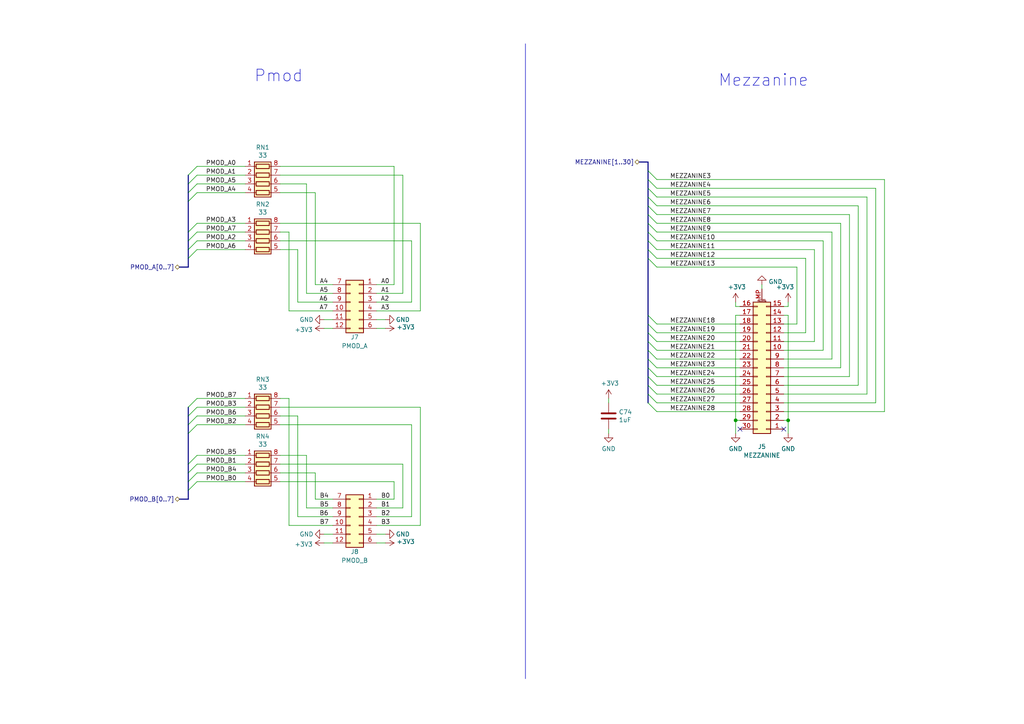
<source format=kicad_sch>
(kicad_sch (version 20231120) (generator "eeschema") (generator_version "8.0")
  (paper "A4")
  (lib_symbols
    (symbol "Connector_Generic:Conn_02x06_Top_Bottom" (pin_names (offset 1.016) hide)
      (property "Reference" "J" (at 1.27 7.62 0))
      (property "Value" "Conn_02x06_Top_Bottom" (at 1.27 -10.16 0))
      (symbol "Conn_02x06_Top_Bottom_1_1"
        (rectangle (start -1.27 -7.493) (end 0 -7.747) (stroke (width 0.1524)))
        (rectangle (start -1.27 -4.953) (end 0 -5.207) (stroke (width 0.1524)))
        (rectangle (start -1.27 -2.413) (end 0 -2.667) (stroke (width 0.1524)))
        (rectangle (start -1.27 0.127) (end 0 -0.127) (stroke (width 0.1524)))
        (rectangle (start -1.27 2.667) (end 0 2.413) (stroke (width 0.1524)))
        (rectangle (start -1.27 5.207) (end 0 4.953) (stroke (width 0.1524)))
        (rectangle (start -1.27 6.35) (end 3.81 -8.89) (stroke (width 0.254)) (fill (type background)))
        (rectangle (start 3.81 -7.493) (end 2.54 -7.747) (stroke (width 0.1524)))
        (rectangle (start 3.81 -4.953) (end 2.54 -5.207) (stroke (width 0.1524)))
        (rectangle (start 3.81 -2.413) (end 2.54 -2.667) (stroke (width 0.1524)))
        (rectangle (start 3.81 0.127) (end 2.54 -0.127) (stroke (width 0.1524)))
        (rectangle (start 3.81 2.667) (end 2.54 2.413) (stroke (width 0.1524)))
        (rectangle (start 3.81 5.207) (end 2.54 4.953) (stroke (width 0.1524)))
        (pin passive line (at -5.08 5.08 0) (length 3.81) (name "Pin_1") (number "1"))
        (pin passive line (at 7.62 -2.54 180) (length 3.81) (name "Pin_10") (number "10"))
        (pin passive line (at 7.62 -5.08 180) (length 3.81) (name "Pin_11") (number "11"))
        (pin passive line (at 7.62 -7.62 180) (length 3.81) (name "Pin_12") (number "12"))
        (pin passive line (at -5.08 2.54 0) (length 3.81) (name "Pin_2") (number "2"))
        (pin passive line (at -5.08 0 0) (length 3.81) (name "Pin_3") (number "3"))
        (pin passive line (at -5.08 -2.54 0) (length 3.81) (name "Pin_4") (number "4"))
        (pin passive line (at -5.08 -5.08 0) (length 3.81) (name "Pin_5") (number "5"))
        (pin passive line (at -5.08 -7.62 0) (length 3.81) (name "Pin_6") (number "6"))
        (pin passive line (at 7.62 5.08 180) (length 3.81) (name "Pin_7") (number "7"))
        (pin passive line (at 7.62 2.54 180) (length 3.81) (name "Pin_8") (number "8"))
        (pin passive line (at 7.62 0 180) (length 3.81) (name "Pin_9") (number "9"))
      )
    )
    (symbol "Connector_Generic_MountingPin:Conn_02x15_Counter_Clockwise_MountingPin" (pin_names (offset 1.016) hide)
      (property "Reference" "J" (at 1.27 20.32 0))
      (property "Value" "Conn_02x15_Counter_Clockwise_MountingPin" (at 2.54 -20.32 0))
      (symbol "Conn_02x15_Counter_Clockwise_MountingPin_1_1"
        (rectangle (start -1.27 -17.653) (end 0 -17.907) (stroke (width 0.1524)))
        (rectangle (start -1.27 -15.113) (end 0 -15.367) (stroke (width 0.1524)))
        (rectangle (start -1.27 -12.573) (end 0 -12.827) (stroke (width 0.1524)))
        (rectangle (start -1.27 -10.033) (end 0 -10.287) (stroke (width 0.1524)))
        (rectangle (start -1.27 -7.493) (end 0 -7.747) (stroke (width 0.1524)))
        (rectangle (start -1.27 -4.953) (end 0 -5.207) (stroke (width 0.1524)))
        (rectangle (start -1.27 -2.413) (end 0 -2.667) (stroke (width 0.1524)))
        (rectangle (start -1.27 0.127) (end 0 -0.127) (stroke (width 0.1524)))
        (rectangle (start -1.27 2.667) (end 0 2.413) (stroke (width 0.1524)))
        (rectangle (start -1.27 5.207) (end 0 4.953) (stroke (width 0.1524)))
        (rectangle (start -1.27 7.747) (end 0 7.493) (stroke (width 0.1524)))
        (rectangle (start -1.27 10.287) (end 0 10.033) (stroke (width 0.1524)))
        (rectangle (start -1.27 12.827) (end 0 12.573) (stroke (width 0.1524)))
        (rectangle (start -1.27 15.367) (end 0 15.113) (stroke (width 0.1524)))
        (rectangle (start -1.27 17.907) (end 0 17.653) (stroke (width 0.1524)))
        (rectangle (start -1.27 19.05) (end 3.81 -19.05) (stroke (width 0.254)) (fill (type background)))
        (polyline (pts (xy 0.254 -19.812) (xy 2.286 -19.812)) (stroke (width 0.1524)))
        (rectangle (start 3.81 -17.653) (end 2.54 -17.907) (stroke (width 0.1524)))
        (rectangle (start 3.81 -15.113) (end 2.54 -15.367) (stroke (width 0.1524)))
        (rectangle (start 3.81 -12.573) (end 2.54 -12.827) (stroke (width 0.1524)))
        (rectangle (start 3.81 -10.033) (end 2.54 -10.287) (stroke (width 0.1524)))
        (rectangle (start 3.81 -7.493) (end 2.54 -7.747) (stroke (width 0.1524)))
        (rectangle (start 3.81 -4.953) (end 2.54 -5.207) (stroke (width 0.1524)))
        (rectangle (start 3.81 -2.413) (end 2.54 -2.667) (stroke (width 0.1524)))
        (rectangle (start 3.81 0.127) (end 2.54 -0.127) (stroke (width 0.1524)))
        (rectangle (start 3.81 2.667) (end 2.54 2.413) (stroke (width 0.1524)))
        (rectangle (start 3.81 5.207) (end 2.54 4.953) (stroke (width 0.1524)))
        (rectangle (start 3.81 7.747) (end 2.54 7.493) (stroke (width 0.1524)))
        (rectangle (start 3.81 10.287) (end 2.54 10.033) (stroke (width 0.1524)))
        (rectangle (start 3.81 12.827) (end 2.54 12.573) (stroke (width 0.1524)))
        (rectangle (start 3.81 15.367) (end 2.54 15.113) (stroke (width 0.1524)))
        (rectangle (start 3.81 17.907) (end 2.54 17.653) (stroke (width 0.1524)))
        (text "Mounting" (at 1.27 -19.431 0) (effects (font (size 0.381 0.381))))
        (pin passive line (at -5.08 17.78 0) (length 3.81) (name "Pin_1") (number "1"))
        (pin passive line (at -5.08 -5.08 0) (length 3.81) (name "Pin_10") (number "10"))
        (pin passive line (at -5.08 -7.62 0) (length 3.81) (name "Pin_11") (number "11"))
        (pin passive line (at -5.08 -10.16 0) (length 3.81) (name "Pin_12") (number "12"))
        (pin passive line (at -5.08 -12.7 0) (length 3.81) (name "Pin_13") (number "13"))
        (pin passive line (at -5.08 -15.24 0) (length 3.81) (name "Pin_14") (number "14"))
        (pin passive line (at -5.08 -17.78 0) (length 3.81) (name "Pin_15") (number "15"))
        (pin passive line (at 7.62 -17.78 180) (length 3.81) (name "Pin_16") (number "16"))
        (pin passive line (at 7.62 -15.24 180) (length 3.81) (name "Pin_17") (number "17"))
        (pin passive line (at 7.62 -12.7 180) (length 3.81) (name "Pin_18") (number "18"))
        (pin passive line (at 7.62 -10.16 180) (length 3.81) (name "Pin_19") (number "19"))
        (pin passive line (at -5.08 15.24 0) (length 3.81) (name "Pin_2") (number "2"))
        (pin passive line (at 7.62 -7.62 180) (length 3.81) (name "Pin_20") (number "20"))
        (pin passive line (at 7.62 -5.08 180) (length 3.81) (name "Pin_21") (number "21"))
        (pin passive line (at 7.62 -2.54 180) (length 3.81) (name "Pin_22") (number "22"))
        (pin passive line (at 7.62 0 180) (length 3.81) (name "Pin_23") (number "23"))
        (pin passive line (at 7.62 2.54 180) (length 3.81) (name "Pin_24") (number "24"))
        (pin passive line (at 7.62 5.08 180) (length 3.81) (name "Pin_25") (number "25"))
        (pin passive line (at 7.62 7.62 180) (length 3.81) (name "Pin_26") (number "26"))
        (pin passive line (at 7.62 10.16 180) (length 3.81) (name "Pin_27") (number "27"))
        (pin passive line (at 7.62 12.7 180) (length 3.81) (name "Pin_28") (number "28"))
        (pin passive line (at 7.62 15.24 180) (length 3.81) (name "Pin_29") (number "29"))
        (pin passive line (at -5.08 12.7 0) (length 3.81) (name "Pin_3") (number "3"))
        (pin passive line (at 7.62 17.78 180) (length 3.81) (name "Pin_30") (number "30"))
        (pin passive line (at -5.08 10.16 0) (length 3.81) (name "Pin_4") (number "4"))
        (pin passive line (at -5.08 7.62 0) (length 3.81) (name "Pin_5") (number "5"))
        (pin passive line (at -5.08 5.08 0) (length 3.81) (name "Pin_6") (number "6"))
        (pin passive line (at -5.08 2.54 0) (length 3.81) (name "Pin_7") (number "7"))
        (pin passive line (at -5.08 0 0) (length 3.81) (name "Pin_8") (number "8"))
        (pin passive line (at -5.08 -2.54 0) (length 3.81) (name "Pin_9") (number "9"))
        (pin passive line (at 1.27 -22.86 90) (length 3.048) (name "MountPin") (number "MP"))
      )
    )
    (symbol "Device:C" (pin_numbers hide) (pin_names (offset 0.254))
      (property "Reference" "C" (at 0.635 2.54 0))
      (property "Value" "C" (at 0.635 -2.54 0))
      (symbol "C_0_1"
        (polyline (pts (xy -2.032 -0.762) (xy 2.032 -0.762)) (stroke (width 0.508)))
        (polyline (pts (xy -2.032 0.762) (xy 2.032 0.762)) (stroke (width 0.508)))
      )
      (symbol "C_1_1"
        (pin passive line (at 0 3.81 270) (length 2.794) (name "~") (number "1"))
        (pin passive line (at 0 -3.81 90) (length 2.794) (name "~") (number "2"))
      )
    )
    (symbol "Device:R_Pack04" (pin_names (offset 0) hide)
      (property "Reference" "RN" (at -7.62 0 90))
      (property "Value" "R_Pack04" (at 5.08 0 90))
      (symbol "R_Pack04_0_1"
        (rectangle (start -6.35 -2.413) (end 3.81 2.413) (stroke (width 0.254)) (fill (type background)))
        (rectangle (start -5.715 1.905) (end -4.445 -1.905) (stroke (width 0.254)))
        (rectangle (start -3.175 1.905) (end -1.905 -1.905) (stroke (width 0.254)))
        (rectangle (start -0.635 1.905) (end 0.635 -1.905) (stroke (width 0.254)))
        (polyline (pts (xy -5.08 -2.54) (xy -5.08 -1.905)))
        (polyline (pts (xy -5.08 1.905) (xy -5.08 2.54)))
        (polyline (pts (xy -2.54 -2.54) (xy -2.54 -1.905)))
        (polyline (pts (xy -2.54 1.905) (xy -2.54 2.54)))
        (polyline (pts (xy 0 -2.54) (xy 0 -1.905)))
        (polyline (pts (xy 0 1.905) (xy 0 2.54)))
        (polyline (pts (xy 2.54 -2.54) (xy 2.54 -1.905)))
        (polyline (pts (xy 2.54 1.905) (xy 2.54 2.54)))
        (rectangle (start 1.905 1.905) (end 3.175 -1.905) (stroke (width 0.254)))
      )
      (symbol "R_Pack04_1_1"
        (pin passive line (at -5.08 -5.08 90) (length 2.54) (name "R1.1") (number "1"))
        (pin passive line (at -2.54 -5.08 90) (length 2.54) (name "R2.1") (number "2"))
        (pin passive line (at 0 -5.08 90) (length 2.54) (name "R3.1") (number "3"))
        (pin passive line (at 2.54 -5.08 90) (length 2.54) (name "R4.1") (number "4"))
        (pin passive line (at 2.54 5.08 270) (length 2.54) (name "R4.2") (number "5"))
        (pin passive line (at 0 5.08 270) (length 2.54) (name "R3.2") (number "6"))
        (pin passive line (at -2.54 5.08 270) (length 2.54) (name "R2.2") (number "7"))
        (pin passive line (at -5.08 5.08 270) (length 2.54) (name "R1.2") (number "8"))
      )
    )
    (symbol "power:+3V3" (power) (pin_names (offset 0))
      (property "Value" "+3V3" (at 0 3.556 0))
      (symbol "+3V3_0_1"
        (polyline (pts (xy -0.762 1.27) (xy 0 2.54)))
        (polyline (pts (xy 0 0) (xy 0 2.54)))
        (polyline (pts (xy 0 2.54) (xy 0.762 1.27)))
      )
      (symbol "+3V3_1_1"
        (pin power_in line (at 0 0 90) (length 0) hide (name "+3V3") (number "1"))
      )
    )
    (symbol "power:GND" (power) (pin_names (offset 0))
      (property "Value" "GND" (at 0 -3.81 0))
      (symbol "GND_0_1"
        (polyline (pts (xy 0 0) (xy 0 -1.27) (xy 1.27 -1.27) (xy 0 -2.54) (xy -1.27 -1.27) (xy 0 -1.27)))
      )
      (symbol "GND_1_1"
        (pin power_in line (at 0 0 270) (length 0) hide (name "GND") (number "1"))
      )
    )
  )
  (junction (at 228.6 121.92))
  (junction (at 213.36 121.92))
  (no_connect (at 227.33 124.46))
  (no_connect (at 214.63 124.46))
  (bus_entry (at 187.96 72.39) (size 2.54 2.54))
  (bus_entry (at 187.96 57.15) (size 2.54 2.54))
  (bus_entry (at 54.61 67.31) (size 2.54 -2.54))
  (bus_entry (at 187.96 67.31) (size 2.54 2.54))
  (bus_entry (at 190.5 116.84) (size -2.54 -2.54))
  (bus_entry (at 54.61 50.8) (size 2.54 -2.54))
  (bus_entry (at 187.96 54.61) (size 2.54 2.54))
  (bus_entry (at 54.61 118.11) (size 2.54 -2.54))
  (bus_entry (at 190.5 114.3) (size -2.54 -2.54))
  (bus_entry (at 190.5 93.98) (size -2.54 -2.54))
  (bus_entry (at 187.96 52.07) (size 2.54 2.54))
  (bus_entry (at 187.96 62.23) (size 2.54 2.54))
  (bus_entry (at 54.61 53.34) (size 2.54 -2.54))
  (bus_entry (at 54.61 74.93) (size 2.54 -2.54))
  (bus_entry (at 54.61 137.16) (size 2.54 -2.54))
  (bus_entry (at 54.61 123.19) (size 2.54 -2.54))
  (bus_entry (at 54.61 69.85) (size 2.54 -2.54))
  (bus_entry (at 190.5 96.52) (size -2.54 -2.54))
  (bus_entry (at 54.61 125.73) (size 2.54 -2.54))
  (bus_entry (at 54.61 139.7) (size 2.54 -2.54))
  (bus_entry (at 190.5 99.06) (size -2.54 -2.54))
  (bus_entry (at 190.5 119.38) (size -2.54 -2.54))
  (bus_entry (at 54.61 55.88) (size 2.54 -2.54))
  (bus_entry (at 187.96 64.77) (size 2.54 2.54))
  (bus_entry (at 54.61 72.39) (size 2.54 -2.54))
  (bus_entry (at 190.5 111.76) (size -2.54 -2.54))
  (bus_entry (at 187.96 49.53) (size 2.54 2.54))
  (bus_entry (at 190.5 104.14) (size -2.54 -2.54))
  (bus_entry (at 187.96 69.85) (size 2.54 2.54))
  (bus_entry (at 54.61 142.24) (size 2.54 -2.54))
  (bus_entry (at 187.96 74.93) (size 2.54 2.54))
  (bus_entry (at 54.61 120.65) (size 2.54 -2.54))
  (bus_entry (at 190.5 109.22) (size -2.54 -2.54))
  (bus_entry (at 54.61 134.62) (size 2.54 -2.54))
  (bus_entry (at 190.5 101.6) (size -2.54 -2.54))
  (bus_entry (at 190.5 106.68) (size -2.54 -2.54))
  (bus_entry (at 187.96 59.69) (size 2.54 2.54))
  (bus_entry (at 54.61 58.42) (size 2.54 -2.54))
  (wire (pts (xy 109.22 157.48) (xy 111.76 157.48)))
  (bus (pts (xy 187.96 74.93) (xy 187.96 91.44)))
  (wire (pts (xy 83.82 115.57) (xy 83.82 152.4)))
  (wire (pts (xy 256.54 52.07) (xy 256.54 119.38)))
  (wire (pts (xy 81.28 55.88) (xy 91.44 55.88)))
  (bus (pts (xy 54.61 123.19) (xy 54.61 125.73)))
  (wire (pts (xy 121.92 152.4) (xy 109.22 152.4)))
  (wire (pts (xy 220.98 83.82) (xy 220.98 82.55)))
  (wire (pts (xy 228.6 88.9) (xy 228.6 87.63)))
  (wire (pts (xy 96.52 85.09) (xy 88.9 85.09)))
  (bus (pts (xy 54.61 74.93) (xy 54.61 72.39)))
  (wire (pts (xy 109.22 149.86) (xy 119.38 149.86)))
  (wire (pts (xy 233.68 74.93) (xy 233.68 96.52)))
  (wire (pts (xy 88.9 132.08) (xy 81.28 132.08)))
  (wire (pts (xy 57.15 115.57) (xy 71.12 115.57)))
  (wire (pts (xy 96.52 95.25) (xy 93.98 95.25)))
  (wire (pts (xy 96.52 144.78) (xy 91.44 144.78)))
  (wire (pts (xy 190.5 104.14) (xy 214.63 104.14)))
  (bus (pts (xy 187.96 52.07) (xy 187.96 54.61)))
  (wire (pts (xy 71.12 137.16) (xy 57.15 137.16)))
  (bus (pts (xy 187.96 109.22) (xy 187.96 111.76)))
  (wire (pts (xy 57.15 69.85) (xy 71.12 69.85)))
  (wire (pts (xy 248.92 59.69) (xy 248.92 111.76)))
  (wire (pts (xy 119.38 69.85) (xy 119.38 87.63)))
  (bus (pts (xy 54.61 58.42) (xy 54.61 55.88)))
  (wire (pts (xy 238.76 69.85) (xy 238.76 101.6)))
  (wire (pts (xy 119.38 87.63) (xy 109.22 87.63)))
  (wire (pts (xy 213.36 91.44) (xy 213.36 121.92)))
  (wire (pts (xy 190.5 109.22) (xy 214.63 109.22)))
  (bus (pts (xy 187.96 106.68) (xy 187.96 109.22)))
  (wire (pts (xy 248.92 111.76) (xy 227.33 111.76)))
  (wire (pts (xy 57.15 48.26) (xy 71.12 48.26)))
  (wire (pts (xy 119.38 123.19) (xy 119.38 149.86)))
  (wire (pts (xy 190.5 77.47) (xy 231.14 77.47)))
  (bus (pts (xy 187.96 67.31) (xy 187.96 69.85)))
  (wire (pts (xy 241.3 67.31) (xy 241.3 104.14)))
  (bus (pts (xy 54.61 125.73) (xy 54.61 134.62)))
  (wire (pts (xy 71.12 118.11) (xy 57.15 118.11)))
  (wire (pts (xy 109.22 92.71) (xy 111.76 92.71)))
  (wire (pts (xy 83.82 67.31) (xy 83.82 90.17)))
  (wire (pts (xy 111.76 95.25) (xy 109.22 95.25)))
  (wire (pts (xy 251.46 114.3) (xy 227.33 114.3)))
  (wire (pts (xy 57.15 139.7) (xy 71.12 139.7)))
  (wire (pts (xy 121.92 90.17) (xy 121.92 64.77)))
  (wire (pts (xy 91.44 144.78) (xy 91.44 137.16)))
  (wire (pts (xy 121.92 118.11) (xy 121.92 152.4)))
  (wire (pts (xy 109.22 90.17) (xy 121.92 90.17)))
  (wire (pts (xy 91.44 55.88) (xy 91.44 82.55)))
  (wire (pts (xy 214.63 121.92) (xy 213.36 121.92)))
  (bus (pts (xy 54.61 120.65) (xy 54.61 123.19)))
  (wire (pts (xy 190.5 74.93) (xy 233.68 74.93)))
  (bus (pts (xy 187.96 104.14) (xy 187.96 106.68)))
  (wire (pts (xy 71.12 123.19) (xy 57.15 123.19)))
  (wire (pts (xy 81.28 50.8) (xy 116.84 50.8)))
  (wire (pts (xy 243.84 64.77) (xy 243.84 106.68)))
  (wire (pts (xy 71.12 132.08) (xy 57.15 132.08)))
  (wire (pts (xy 213.36 88.9) (xy 213.36 87.63)))
  (wire (pts (xy 83.82 67.31) (xy 81.28 67.31)))
  (wire (pts (xy 241.3 104.14) (xy 227.33 104.14)))
  (wire (pts (xy 114.3 48.26) (xy 81.28 48.26)))
  (wire (pts (xy 81.28 134.62) (xy 116.84 134.62)))
  (wire (pts (xy 57.15 120.65) (xy 71.12 120.65)))
  (wire (pts (xy 57.15 50.8) (xy 71.12 50.8)))
  (wire (pts (xy 231.14 77.47) (xy 231.14 93.98)))
  (wire (pts (xy 190.5 62.23) (xy 246.38 62.23)))
  (bus (pts (xy 187.96 54.61) (xy 187.96 57.15)))
  (wire (pts (xy 227.33 109.22) (xy 246.38 109.22)))
  (wire (pts (xy 231.14 93.98) (xy 227.33 93.98)))
  (wire (pts (xy 214.63 88.9) (xy 213.36 88.9)))
  (wire (pts (xy 190.5 52.07) (xy 256.54 52.07)))
  (wire (pts (xy 176.53 115.57) (xy 176.53 116.84)))
  (wire (pts (xy 228.6 121.92) (xy 228.6 125.73)))
  (wire (pts (xy 190.5 111.76) (xy 214.63 111.76)))
  (wire (pts (xy 190.5 116.84) (xy 214.63 116.84)))
  (wire (pts (xy 243.84 106.68) (xy 227.33 106.68)))
  (wire (pts (xy 81.28 123.19) (xy 119.38 123.19)))
  (wire (pts (xy 109.22 82.55) (xy 114.3 82.55)))
  (wire (pts (xy 88.9 85.09) (xy 88.9 53.34)))
  (wire (pts (xy 214.63 91.44) (xy 213.36 91.44)))
  (bus (pts (xy 187.96 69.85) (xy 187.96 72.39)))
  (wire (pts (xy 236.22 72.39) (xy 236.22 99.06)))
  (bus (pts (xy 187.96 49.53) (xy 187.96 52.07)))
  (wire (pts (xy 93.98 154.94) (xy 96.52 154.94)))
  (wire (pts (xy 228.6 91.44) (xy 228.6 121.92)))
  (bus (pts (xy 54.61 67.31) (xy 54.61 58.42)))
  (wire (pts (xy 81.28 115.57) (xy 83.82 115.57)))
  (wire (pts (xy 57.15 67.31) (xy 71.12 67.31)))
  (wire (pts (xy 93.98 157.48) (xy 96.52 157.48)))
  (wire (pts (xy 81.28 69.85) (xy 119.38 69.85)))
  (wire (pts (xy 213.36 121.92) (xy 213.36 125.73)))
  (wire (pts (xy 96.52 149.86) (xy 86.36 149.86)))
  (wire (pts (xy 86.36 149.86) (xy 86.36 120.65)))
  (wire (pts (xy 190.5 57.15) (xy 251.46 57.15)))
  (wire (pts (xy 91.44 137.16) (xy 81.28 137.16)))
  (wire (pts (xy 86.36 87.63) (xy 96.52 87.63)))
  (wire (pts (xy 57.15 53.34) (xy 71.12 53.34)))
  (wire (pts (xy 190.5 106.68) (xy 214.63 106.68)))
  (wire (pts (xy 190.5 59.69) (xy 248.92 59.69)))
  (wire (pts (xy 190.5 119.38) (xy 214.63 119.38)))
  (wire (pts (xy 81.28 139.7) (xy 114.3 139.7)))
  (bus (pts (xy 52.07 77.47) (xy 54.61 77.47)))
  (wire (pts (xy 236.22 99.06) (xy 227.33 99.06)))
  (bus (pts (xy 187.96 111.76) (xy 187.96 114.3)))
  (bus (pts (xy 187.96 64.77) (xy 187.96 67.31)))
  (wire (pts (xy 121.92 118.11) (xy 81.28 118.11)))
  (bus (pts (xy 187.96 101.6) (xy 187.96 104.14)))
  (wire (pts (xy 109.22 147.32) (xy 116.84 147.32)))
  (bus (pts (xy 187.96 57.15) (xy 187.96 59.69)))
  (wire (pts (xy 116.84 134.62) (xy 116.84 147.32)))
  (wire (pts (xy 214.63 96.52) (xy 190.5 96.52)))
  (bus (pts (xy 54.61 69.85) (xy 54.61 67.31)))
  (bus (pts (xy 54.61 55.88) (xy 54.61 53.34)))
  (wire (pts (xy 246.38 109.22) (xy 246.38 62.23)))
  (wire (pts (xy 93.98 92.71) (xy 96.52 92.71)))
  (wire (pts (xy 238.76 101.6) (xy 227.33 101.6)))
  (bus (pts (xy 54.61 118.11) (xy 54.61 120.65)))
  (wire (pts (xy 227.33 121.92) (xy 228.6 121.92)))
  (wire (pts (xy 57.15 134.62) (xy 71.12 134.62)))
  (wire (pts (xy 116.84 85.09) (xy 109.22 85.09)))
  (wire (pts (xy 190.5 114.3) (xy 214.63 114.3)))
  (bus (pts (xy 54.61 134.62) (xy 54.61 137.16)))
  (wire (pts (xy 88.9 53.34) (xy 81.28 53.34)))
  (wire (pts (xy 91.44 82.55) (xy 96.52 82.55)))
  (wire (pts (xy 83.82 152.4) (xy 96.52 152.4)))
  (bus (pts (xy 54.61 137.16) (xy 54.61 139.7)))
  (bus (pts (xy 54.61 77.47) (xy 54.61 74.93)))
  (bus (pts (xy 187.96 59.69) (xy 187.96 62.23)))
  (wire (pts (xy 109.22 144.78) (xy 114.3 144.78)))
  (wire (pts (xy 86.36 72.39) (xy 86.36 87.63)))
  (wire (pts (xy 190.5 64.77) (xy 243.84 64.77)))
  (wire (pts (xy 57.15 55.88) (xy 71.12 55.88)))
  (wire (pts (xy 116.84 50.8) (xy 116.84 85.09)))
  (bus (pts (xy 52.07 144.78) (xy 54.61 144.78)))
  (wire (pts (xy 214.63 99.06) (xy 190.5 99.06)))
  (bus (pts (xy 187.96 114.3) (xy 187.96 116.84)))
  (wire (pts (xy 227.33 88.9) (xy 228.6 88.9)))
  (bus (pts (xy 187.96 72.39) (xy 187.96 74.93)))
  (bus (pts (xy 187.96 99.06) (xy 187.96 101.6)))
  (wire (pts (xy 190.5 101.6) (xy 214.63 101.6)))
  (wire (pts (xy 57.15 64.77) (xy 71.12 64.77)))
  (bus (pts (xy 54.61 139.7) (xy 54.61 142.24)))
  (wire (pts (xy 256.54 119.38) (xy 227.33 119.38)))
  (wire (pts (xy 254 54.61) (xy 254 116.84)))
  (bus (pts (xy 187.96 96.52) (xy 187.96 99.06)))
  (wire (pts (xy 176.53 124.46) (xy 176.53 125.73)))
  (wire (pts (xy 86.36 72.39) (xy 81.28 72.39)))
  (wire (pts (xy 233.68 96.52) (xy 227.33 96.52)))
  (bus (pts (xy 185.42 46.99) (xy 187.96 46.99)))
  (bus (pts (xy 187.96 91.44) (xy 187.96 93.98)))
  (bus (pts (xy 54.61 53.34) (xy 54.61 50.8)))
  (wire (pts (xy 190.5 69.85) (xy 238.76 69.85)))
  (wire (pts (xy 254 116.84) (xy 227.33 116.84)))
  (bus (pts (xy 187.96 93.98) (xy 187.96 96.52)))
  (wire (pts (xy 86.36 120.65) (xy 81.28 120.65)))
  (bus (pts (xy 54.61 142.24) (xy 54.61 144.78)))
  (bus (pts (xy 187.96 46.99) (xy 187.96 49.53)))
  (wire (pts (xy 251.46 57.15) (xy 251.46 114.3)))
  (wire (pts (xy 114.3 139.7) (xy 114.3 144.78)))
  (wire (pts (xy 109.22 154.94) (xy 111.76 154.94)))
  (polyline (pts (xy 152.4 12.7) (xy 152.4 196.85)))
  (wire (pts (xy 227.33 91.44) (xy 228.6 91.44)))
  (wire (pts (xy 57.15 72.39) (xy 71.12 72.39)))
  (bus (pts (xy 187.96 62.23) (xy 187.96 64.77)))
  (wire (pts (xy 190.5 93.98) (xy 214.63 93.98)))
  (wire (pts (xy 114.3 82.55) (xy 114.3 48.26)))
  (wire (pts (xy 190.5 54.61) (xy 254 54.61)))
  (wire (pts (xy 121.92 64.77) (xy 81.28 64.77)))
  (wire (pts (xy 88.9 147.32) (xy 88.9 132.08)))
  (wire (pts (xy 190.5 72.39) (xy 236.22 72.39)))
  (wire (pts (xy 190.5 67.31) (xy 241.3 67.31)))
  (bus (pts (xy 54.61 72.39) (xy 54.61 69.85)))
  (wire (pts (xy 96.52 147.32) (xy 88.9 147.32)))
  (wire (pts (xy 96.52 90.17) (xy 83.82 90.17)))
  (text "Pmod" (at 73.66 24.13 0) (effects (font (size 3.4036 3.4036)) (justify left bottom)))
  (text "Mezzanine" (at 208.28 25.4 0) (effects (font (size 3.4036 3.4036)) (justify left bottom)))
  (label "MEZZANINE23" (at 194.31 106.68 0))
  (label "B6" (at 92.6319 149.86 0))
  (label "MEZZANINE8" (at 194.31 64.77 0))
  (label "MEZZANINE28" (at 194.31 119.38 0))
  (label "PMOD_A4" (at 59.69 55.88 0))
  (label "PMOD_B3" (at 59.69 118.11 0))
  (label "PMOD_B5" (at 59.69 132.08 0))
  (label "A0" (at 110.49 82.55 0))
  (label "A1" (at 110.49 85.09 0))
  (label "PMOD_A2" (at 59.69 69.85 0))
  (label "MEZZANINE10" (at 194.31 69.85 0))
  (label "PMOD_B0" (at 59.69 139.7 0))
  (label "A5" (at 92.71 85.09 0))
  (label "PMOD_A0" (at 59.69 48.26 0))
  (label "MEZZANINE4" (at 194.31 54.61 0))
  (label "PMOD_B6" (at 59.69 120.65 0))
  (label "PMOD_B1" (at 59.69 134.62 0))
  (label "MEZZANINE26" (at 194.31 114.3 0))
  (label "PMOD_B4" (at 59.69 137.16 0))
  (label "B5" (at 92.71 147.32 0))
  (label "PMOD_B7" (at 59.69 115.57 0))
  (label "B4" (at 92.71 144.78 0))
  (label "B3" (at 110.49 152.4 0))
  (label "PMOD_A1" (at 59.69 50.8 0))
  (label "MEZZANINE11" (at 194.31 72.39 0))
  (label "MEZZANINE9" (at 194.31 67.31 0))
  (label "A6" (at 92.5802 87.63 0))
  (label "PMOD_B2" (at 59.69 123.19 0))
  (label "PMOD_A6" (at 59.69 72.39 0))
  (label "MEZZANINE13" (at 194.31 77.47 0))
  (label "PMOD_A5" (at 59.69 53.34 0))
  (label "B7" (at 92.71 152.4 0))
  (label "B0" (at 110.49 144.78 0))
  (label "MEZZANINE7" (at 194.31 62.23 0))
  (label "MEZZANINE21" (at 194.31 101.6 0))
  (label "MEZZANINE22" (at 194.31 104.14 0))
  (label "MEZZANINE5" (at 194.31 57.15 0))
  (label "MEZZANINE27" (at 194.31 116.84 0))
  (label "MEZZANINE12" (at 194.31 74.93 0))
  (label "MEZZANINE25" (at 194.31 111.76 0))
  (label "A7" (at 92.6242 90.17 0))
  (label "MEZZANINE24" (at 194.31 109.22 0))
  (label "A4" (at 92.71 82.55 0))
  (label "B2" (at 110.49 149.86 0))
  (label "A2" (at 110.3963 87.63 0))
  (label "MEZZANINE19" (at 194.31 96.52 0))
  (label "B1" (at 110.49 147.32 0))
  (label "PMOD_A3" (at 59.69 64.77 0))
  (label "MEZZANINE3" (at 194.31 52.07 0))
  (label "MEZZANINE6" (at 194.31 59.69 0))
  (label "PMOD_A7" (at 59.69 67.31 0))
  (label "A3" (at 110.49 90.17 0))
  (label "MEZZANINE20" (at 194.31 99.06 0))
  (label "MEZZANINE18" (at 194.31 93.98 0))
  (hierarchical_label "PMOD_B[0..7]" (shape bidirectional) (at 52.07 144.78 180))
  (hierarchical_label "PMOD_A[0..7]" (shape bidirectional) (at 52.07 77.47 180))
  (hierarchical_label "MEZZANINE[1..30]" (shape bidirectional) (at 185.42 46.99 180))
  (symbol (lib_id "power:GND") (at 93.98 92.71 270) (mirror x) (unit 1)
    (property "Reference" "#PWR0111" (effects (hide yes)))
    (property "Value" "GND" (at 88.9 92.71 90))
  )
  (symbol (lib_id "power:+3V3") (at 93.98 95.25 90) (mirror x) (unit 1)
    (property "Reference" "#PWR0110" (effects (hide yes)))
    (property "Value" "+3V3" (at 90.7288 95.631 90) (effects (justify left)))
  )
  (symbol (lib_id "power:+3V3") (at 176.53 115.57 0) (unit 1)
    (property "Reference" "#PWR0171" (effects (hide yes)))
    (property "Value" "+3V3" (at 176.8856 111.1758 0))
  )
  (symbol (lib_id "power:+3V3") (at 111.76 157.48 270) (mirror x) (unit 1)
    (property "Reference" "#PWR0134" (effects (hide yes)))
    (property "Value" "+3V3" (at 115.0112 157.099 90) (effects (justify left)))
  )
  (symbol (lib_id "power:+3V3") (at 228.6 87.63 0) (unit 1)
    (property "Reference" "#PWR0170" (effects (hide yes)))
    (property "Value" "+3V3" (at 227.6856 83.2358 0))
  )
  (symbol (lib_id "Connector_Generic_MountingPin:Conn_02x15_Counter_Clockwise_MountingPin") (at 222.25 106.68 180) (unit 1)
    (property "Reference" "J5" (at 220.98 129.54 0))
    (property "Value" "MEZZANINE" (at 220.98 132.0769 0))
    (property "Footprint" "cynthion:Amphenol_10132798-03" (effects (hide yes)))
    (property "Description" "CONN RCPT 30POS SMD GOLD" (effects (hide yes)))
    (property "Manufacturer" "Amphenol" (effects (hide yes)))
    (property "Part Number" "10132798-031100LF" (effects (hide yes)))
    (property "LCSC#" "C5409782" (effects (hide yes)))
  )
  (symbol (lib_id "power:GND") (at 93.98 154.94 270) (mirror x) (unit 1)
    (property "Reference" "#PWR0123" (effects (hide yes)))
    (property "Value" "GND" (at 88.9 154.94 90))
  )
  (symbol (lib_id "power:GND") (at 228.6 125.73 0) (unit 1)
    (property "Reference" "#PWR0246" (effects (hide yes)))
    (property "Value" "GND" (at 228.6 130.1734 0))
  )
  (symbol (lib_id "power:GND") (at 111.76 92.71 90) (mirror x) (unit 1)
    (property "Reference" "#PWR0121" (effects (hide yes)))
    (property "Value" "GND" (at 116.84 92.71 90))
  )
  (symbol (lib_id "power:+3V3") (at 93.98 157.48 90) (mirror x) (unit 1)
    (property "Reference" "#PWR0132" (effects (hide yes)))
    (property "Value" "+3V3" (at 90.7288 157.861 90) (effects (justify left)))
  )
  (symbol (lib_id "power:GND") (at 213.36 125.73 0) (unit 1)
    (property "Reference" "#PWR0173" (effects (hide yes)))
    (property "Value" "GND" (at 213.36 130.1734 0))
  )
  (symbol (lib_id "power:+3V3") (at 111.76 95.25 270) (mirror x) (unit 1)
    (property "Reference" "#PWR0120" (effects (hide yes)))
    (property "Value" "+3V3" (at 115.0112 94.869 90) (effects (justify left)))
  )
  (symbol (lib_id "Device:R_Pack04") (at 76.2 53.34 270) (unit 1)
    (property "Reference" "RN1" (at 76.2 42.7482 90))
    (property "Value" "33" (at 76.2 45.0596 90))
    (property "Footprint" "Resistor_SMD:R_Array_Convex_4x0402" (effects (hide yes)))
    (property "Description" "RES ARRAY 4 RES 33 OHM 0804" (effects (hide yes)))
    (property "Manufacturer" "Yageo" (effects (hide yes)))
    (property "Part Number" "YC124-JR-0733RL" (effects (hide yes)))
    (property "Substitution" "any equivalent" (effects (hide yes)))
    (property "LCSC#" "C125323" (effects (hide yes)))
  )
  (symbol (lib_id "Device:C") (at 176.53 120.65 0) (unit 1)
    (property "Reference" "C74" (at 179.451 119.507 0) (effects (justify left)))
    (property "Value" "1uF" (at 179.451 121.793 0) (effects (justify left)))
    (property "Footprint" "Capacitor_SMD:C_0402_1005Metric" (effects (hide yes)))
    (property "Description" "CAP CER 1UF 6.3V X5R 0402 20%" (effects (hide yes)))
    (property "Part Number" "CL05A105MQ5NNNC" (effects (hide yes)))
    (property "Substitution" "CL05A105KQ5NNNC, CL05A105KP5NNNC, CL05A105KO5NNNC" (effects (hide yes)))
    (property "Manufacturer" "Samsung" (effects (hide yes)))
    (property "LCSC#" "C318573" (effects (hide yes)))
  )
  (symbol (lib_id "power:GND") (at 111.76 154.94 90) (mirror x) (unit 1)
    (property "Reference" "#PWR0130" (effects (hide yes)))
    (property "Value" "GND" (at 116.84 154.94 90))
  )
  (symbol (lib_id "Connector_Generic:Conn_02x06_Top_Bottom") (at 104.14 87.63 0) (mirror y) (unit 1)
    (property "Reference" "J7" (at 102.87 97.79 0))
    (property "Value" "PMOD_A" (at 102.87 100.33 0))
    (property "Footprint" "cynthion:PinSocket_2x06_P2.54mm_PMOD" (effects (hide yes)))
    (property "Description" "CONN HDR 12POS 0.1 GOLD PCB R/A" (effects (hide yes)))
    (property "Part Number" "DW254W-22-12-85" (effects (hide yes)))
    (property "Manufacturer" "DEALON" (effects (hide yes)))
    (property "Note" "populate only when assembling for installation in enclosure" (effects (hide yes)))
    (property "Substitution" "HCTL PM254-2-06-W-8.5, Sullins PPPC062LJBN-RC" (effects (hide yes)))
  )
  (symbol (lib_id "Device:R_Pack04") (at 76.2 120.65 270) (unit 1)
    (property "Reference" "RN3" (at 76.2 110.0582 90))
    (property "Value" "33" (at 76.2 112.3696 90))
    (property "Footprint" "Resistor_SMD:R_Array_Convex_4x0402" (effects (hide yes)))
    (property "Description" "RES ARRAY 4 RES 33 OHM 0804" (effects (hide yes)))
    (property "Manufacturer" "Yageo" (effects (hide yes)))
    (property "Part Number" "YC124-JR-0733RL" (effects (hide yes)))
    (property "Substitution" "any equivalent" (effects (hide yes)))
    (property "LCSC#" "C125323" (effects (hide yes)))
  )
  (symbol (lib_id "power:+3V3") (at 213.36 87.63 0) (unit 1)
    (property "Reference" "#PWR076" (effects (hide yes)))
    (property "Value" "+3V3" (at 213.7156 83.2358 0))
  )
  (symbol (lib_id "power:GND") (at 220.98 82.55 180) (unit 1)
    (property "Reference" "#PWR074" (effects (hide yes)))
    (property "Value" "GND" (at 222.885 81.7138 0) (effects (justify right)))
  )
  (symbol (lib_id "power:GND") (at 176.53 125.73 0) (mirror y) (unit 1)
    (property "Reference" "#PWR0172" (effects (hide yes)))
    (property "Value" "GND" (at 176.53 130.1734 0))
  )
  (symbol (lib_id "Device:R_Pack04") (at 76.2 137.16 270) (unit 1)
    (property "Reference" "RN4" (at 76.2 126.5682 90))
    (property "Value" "33" (at 76.2 128.8796 90))
    (property "Footprint" "Resistor_SMD:R_Array_Convex_4x0402" (effects (hide yes)))
    (property "Description" "RES ARRAY 4 RES 33 OHM 0804" (effects (hide yes)))
    (property "Manufacturer" "Yageo" (effects (hide yes)))
    (property "Part Number" "YC124-JR-0733RL" (effects (hide yes)))
    (property "Substitution" "any equivalent" (effects (hide yes)))
    (property "LCSC#" "C125323" (effects (hide yes)))
  )
  (symbol (lib_id "Device:R_Pack04") (at 76.2 69.85 270) (unit 1)
    (property "Reference" "RN2" (at 76.2 59.2582 90))
    (property "Value" "33" (at 76.2 61.5696 90))
    (property "Footprint" "Resistor_SMD:R_Array_Convex_4x0402" (effects (hide yes)))
    (property "Description" "RES ARRAY 4 RES 33 OHM 0804" (effects (hide yes)))
    (property "Manufacturer" "Yageo" (effects (hide yes)))
    (property "Part Number" "YC124-JR-0733RL" (effects (hide yes)))
    (property "Substitution" "any equivalent" (effects (hide yes)))
    (property "LCSC#" "C125323" (effects (hide yes)))
  )
  (symbol (lib_id "Connector_Generic:Conn_02x06_Top_Bottom") (at 104.14 149.86 0) (mirror y) (unit 1)
    (property "Reference" "J8" (at 102.87 160.02 0))
    (property "Value" "PMOD_B" (at 102.87 162.56 0))
    (property "Footprint" "cynthion:PinSocket_2x06_P2.54mm_PMOD" (effects (hide yes)))
    (property "Description" "CONN HDR 12POS 0.1 GOLD PCB R/A" (effects (hide yes)))
    (property "Part Number" "DW254W-22-12-85" (effects (hide yes)))
    (property "Manufacturer" "DEALON" (effects (hide yes)))
    (property "Note" "populate only when assembling for installation in enclosure" (effects (hide yes)))
    (property "Substitution" "HCTL PM254-2-06-W-8.5, Sullins PPPC062LJBN-RC" (effects (hide yes)))
  )
)
</source>
